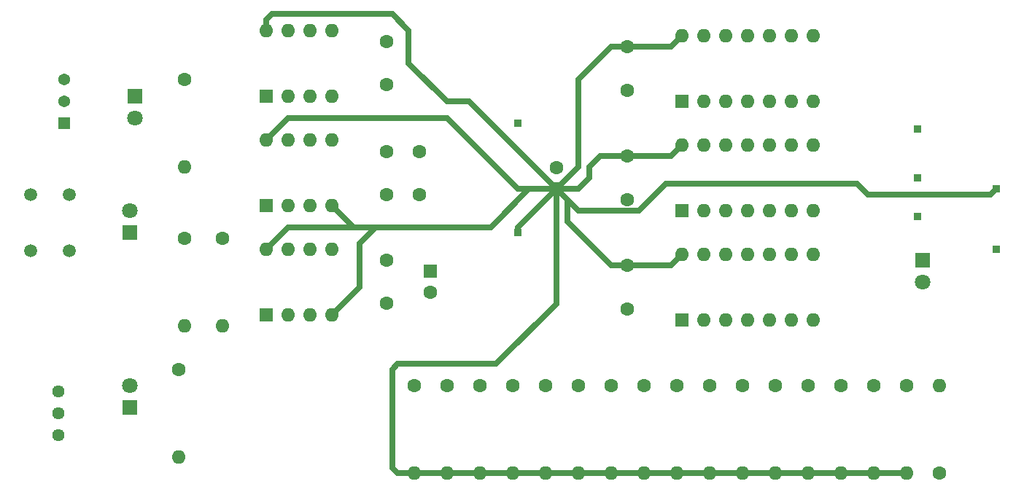
<source format=gbr>
%TF.GenerationSoftware,KiCad,Pcbnew,(6.0.0)*%
%TF.CreationDate,2022-01-09T16:02:52-08:00*%
%TF.ProjectId,Full555Timer,46756c6c-3535-4355-9469-6d65722e6b69,rev?*%
%TF.SameCoordinates,Original*%
%TF.FileFunction,Copper,L2,Inr*%
%TF.FilePolarity,Positive*%
%FSLAX46Y46*%
G04 Gerber Fmt 4.6, Leading zero omitted, Abs format (unit mm)*
G04 Created by KiCad (PCBNEW (6.0.0)) date 2022-01-09 16:02:52*
%MOMM*%
%LPD*%
G01*
G04 APERTURE LIST*
%TA.AperFunction,ComponentPad*%
%ADD10R,1.600000X1.600000*%
%TD*%
%TA.AperFunction,ComponentPad*%
%ADD11C,1.600000*%
%TD*%
%TA.AperFunction,ComponentPad*%
%ADD12R,1.800000X1.800000*%
%TD*%
%TA.AperFunction,ComponentPad*%
%ADD13C,1.800000*%
%TD*%
%TA.AperFunction,ComponentPad*%
%ADD14R,0.850000X0.850000*%
%TD*%
%TA.AperFunction,ComponentPad*%
%ADD15O,1.600000X1.600000*%
%TD*%
%TA.AperFunction,ComponentPad*%
%ADD16C,1.507998*%
%TD*%
%TA.AperFunction,ComponentPad*%
%ADD17R,1.370000X1.370000*%
%TD*%
%TA.AperFunction,ComponentPad*%
%ADD18C,1.370000*%
%TD*%
%TA.AperFunction,ComponentPad*%
%ADD19C,1.440000*%
%TD*%
%TA.AperFunction,Conductor*%
%ADD20C,0.640000*%
%TD*%
G04 APERTURE END LIST*
D10*
%TO.N,+5V*%
%TO.C,C1*%
X160655000Y-95885000D03*
D11*
%TO.N,GND*%
X160655000Y-93385000D03*
%TD*%
%TO.N,Net-(C2-Pad1)*%
%TO.C,C2*%
X140970000Y-104140000D03*
%TO.N,GND*%
X140970000Y-109140000D03*
%TD*%
D10*
%TO.N,Net-(C3-Pad1)*%
%TO.C,C3*%
X146050000Y-105410000D03*
D11*
%TO.N,GND*%
X146050000Y-107910000D03*
%TD*%
%TO.N,Net-(C5-Pad1)*%
%TO.C,C5*%
X140970000Y-96520000D03*
%TO.N,GND*%
X140970000Y-91520000D03*
%TD*%
%TO.N,Net-(C6-Pad1)*%
%TO.C,C6*%
X140970000Y-78740000D03*
%TO.N,GND*%
X140970000Y-83740000D03*
%TD*%
%TO.N,+5V*%
%TO.C,C7*%
X168910000Y-104775000D03*
%TO.N,GND*%
X168910000Y-109775000D03*
%TD*%
D12*
%TO.N,Net-(D1-Pad1)*%
%TO.C,D1*%
X111125000Y-121285000D03*
D13*
%TO.N,Net-(D1-Pad2)*%
X111125000Y-118745000D03*
%TD*%
D12*
%TO.N,Net-(D2-Pad1)*%
%TO.C,D2*%
X111125000Y-100965000D03*
D13*
%TO.N,Net-(D2-Pad2)*%
X111125000Y-98425000D03*
%TD*%
D12*
%TO.N,Net-(D4-Pad1)*%
%TO.C,D4*%
X203200000Y-104140000D03*
D13*
%TO.N,Net-(D4-Pad2)*%
X203200000Y-106680000D03*
%TD*%
D14*
%TO.N,Net-(J3-Pad1)*%
%TO.C,J3*%
X202565000Y-94615000D03*
%TD*%
%TO.N,Net-(D4-Pad2)*%
%TO.C,J5*%
X202565000Y-99060000D03*
%TD*%
D11*
%TO.N,Net-(R1-Pad1)*%
%TO.C,R1*%
X121920000Y-101600000D03*
D15*
%TO.N,Net-(R1-Pad2)*%
X121920000Y-111760000D03*
%TD*%
D11*
%TO.N,Net-(R1-Pad2)*%
%TO.C,R2*%
X144145000Y-118745000D03*
D15*
%TO.N,+5V*%
X144145000Y-128905000D03*
%TD*%
D11*
%TO.N,Net-(C5-Pad1)*%
%TO.C,R4*%
X151765000Y-118745000D03*
D15*
%TO.N,+5V*%
X151765000Y-128905000D03*
%TD*%
D11*
%TO.N,Net-(R5-Pad1)*%
%TO.C,R5*%
X155575000Y-118745000D03*
D15*
%TO.N,+5V*%
X155575000Y-128905000D03*
%TD*%
D11*
%TO.N,Net-(R6-Pad1)*%
%TO.C,R6*%
X159385000Y-118745000D03*
D15*
%TO.N,+5V*%
X159385000Y-128905000D03*
%TD*%
D11*
%TO.N,GND*%
%TO.C,R7*%
X116840000Y-116840000D03*
D15*
%TO.N,Net-(D1-Pad1)*%
X116840000Y-127000000D03*
%TD*%
D11*
%TO.N,Net-(D2-Pad1)*%
%TO.C,R8*%
X117475000Y-101600000D03*
D15*
%TO.N,GND*%
X117475000Y-111760000D03*
%TD*%
D10*
%TO.N,GND*%
%TO.C,U1*%
X127000000Y-110490000D03*
D15*
%TO.N,Net-(C3-Pad1)*%
X129540000Y-110490000D03*
%TO.N,Net-(D1-Pad2)*%
X132080000Y-110490000D03*
%TO.N,+5V*%
X134620000Y-110490000D03*
%TO.N,Net-(C2-Pad1)*%
X134620000Y-102870000D03*
%TO.N,Net-(C3-Pad1)*%
X132080000Y-102870000D03*
%TO.N,Net-(R1-Pad2)*%
X129540000Y-102870000D03*
%TO.N,+5V*%
X127000000Y-102870000D03*
%TD*%
D10*
%TO.N,GND*%
%TO.C,U2*%
X127000000Y-97790000D03*
D15*
%TO.N,Net-(R3-Pad1)*%
X129540000Y-97790000D03*
%TO.N,Net-(D2-Pad2)*%
X132080000Y-97790000D03*
%TO.N,+5V*%
X134620000Y-97790000D03*
%TO.N,Net-(C4-Pad1)*%
X134620000Y-90170000D03*
%TO.N,Net-(C5-Pad1)*%
X132080000Y-90170000D03*
X129540000Y-90170000D03*
%TO.N,+5V*%
X127000000Y-90170000D03*
%TD*%
D10*
%TO.N,GND*%
%TO.C,U3*%
X127000000Y-85090000D03*
D15*
%TO.N,Net-(R5-Pad1)*%
X129540000Y-85090000D03*
%TO.N,Net-(D3-Pad2)*%
X132080000Y-85090000D03*
%TO.N,Net-(R6-Pad1)*%
X134620000Y-85090000D03*
%TO.N,Net-(C6-Pad1)*%
X134620000Y-77470000D03*
%TO.N,GND*%
X132080000Y-77470000D03*
%TO.N,Net-(U3-Pad7)*%
X129540000Y-77470000D03*
%TO.N,+5V*%
X127000000Y-77470000D03*
%TD*%
D10*
%TO.N,Net-(D3-Pad2)*%
%TO.C,U5*%
X175260000Y-98425000D03*
D15*
%TO.N,Net-(U4-Pad4)*%
X177800000Y-98425000D03*
%TO.N,Net-(R19-Pad1)*%
X180340000Y-98425000D03*
%TO.N,Net-(U5-Pad4)*%
X182880000Y-98425000D03*
%TO.N,Net-(R18-Pad1)*%
X185420000Y-98425000D03*
%TO.N,Net-(U5-Pad6)*%
X187960000Y-98425000D03*
%TO.N,GND*%
X190500000Y-98425000D03*
%TO.N,Net-(U4-Pad10)*%
X190500000Y-90805000D03*
%TO.N,Net-(J3-Pad1)*%
X187960000Y-90805000D03*
%TO.N,Net-(U5-Pad10)*%
X185420000Y-90805000D03*
%TO.N,Net-(R17-Pad1)*%
X182880000Y-90805000D03*
%TO.N,Net-(J4-Pad1)*%
X180340000Y-90805000D03*
%TO.N,Net-(D4-Pad2)*%
X177800000Y-90805000D03*
%TO.N,+5V*%
X175260000Y-90805000D03*
%TD*%
D10*
%TO.N,Net-(U4-Pad3)*%
%TO.C,U6*%
X175260000Y-85725000D03*
D15*
%TO.N,Net-(U4-Pad6)*%
X177800000Y-85725000D03*
%TO.N,Net-(U4-Pad9)*%
X180340000Y-85725000D03*
%TO.N,Net-(R16-Pad1)*%
X182880000Y-85725000D03*
%TO.N,Net-(R15-Pad1)*%
X185420000Y-85725000D03*
%TO.N,Net-(U6-Pad6)*%
X187960000Y-85725000D03*
%TO.N,GND*%
X190500000Y-85725000D03*
%TO.N,Net-(U6-Pad8)*%
X190500000Y-78105000D03*
%TO.N,Net-(R14-Pad1)*%
X187960000Y-78105000D03*
%TO.N,Net-(R13-Pad1)*%
X185420000Y-78105000D03*
%TO.N,Net-(U6-Pad11)*%
X182880000Y-78105000D03*
%TO.N,Net-(R12-Pad1)*%
X180340000Y-78105000D03*
%TO.N,Net-(R11-Pad1)*%
X177800000Y-78105000D03*
%TO.N,+5V*%
X175260000Y-78105000D03*
%TD*%
D16*
%TO.N,GND*%
%TO.C,SW1*%
X104140000Y-96520000D03*
%TO.N,Net-(R3-Pad1)*%
X104140000Y-103020002D03*
%TO.N,N/C*%
X99639999Y-96520000D03*
X99639999Y-103020002D03*
%TD*%
D14*
%TO.N,+5V*%
%TO.C,J2*%
X156210000Y-100965000D03*
%TD*%
D10*
%TO.N,Net-(D1-Pad2)*%
%TO.C,U4*%
X175260000Y-111125000D03*
D15*
%TO.N,Net-(D3-Pad2)*%
X177800000Y-111125000D03*
%TO.N,Net-(U4-Pad3)*%
X180340000Y-111125000D03*
%TO.N,Net-(U4-Pad4)*%
X182880000Y-111125000D03*
%TO.N,Net-(D2-Pad2)*%
X185420000Y-111125000D03*
%TO.N,Net-(U4-Pad6)*%
X187960000Y-111125000D03*
%TO.N,GND*%
X190500000Y-111125000D03*
%TO.N,Net-(D4-Pad2)*%
X190500000Y-103505000D03*
%TO.N,Net-(U4-Pad9)*%
X187960000Y-103505000D03*
%TO.N,Net-(U4-Pad10)*%
X185420000Y-103505000D03*
%TO.N,Net-(U4-Pad11)*%
X182880000Y-103505000D03*
%TO.N,Net-(R21-Pad1)*%
X180340000Y-103505000D03*
%TO.N,Net-(R20-Pad1)*%
X177800000Y-103505000D03*
%TO.N,+5V*%
X175260000Y-103505000D03*
%TD*%
D11*
%TO.N,+5V*%
%TO.C,C9*%
X168910000Y-79375000D03*
%TO.N,GND*%
X168910000Y-84375000D03*
%TD*%
%TO.N,+5V*%
%TO.C,C8*%
X168910000Y-92075000D03*
%TO.N,GND*%
X168910000Y-97075000D03*
%TD*%
%TO.N,Net-(D3-Pad1)*%
%TO.C,R9*%
X117475000Y-83185000D03*
D15*
%TO.N,GND*%
X117475000Y-93345000D03*
%TD*%
D11*
%TO.N,Net-(R11-Pad1)*%
%TO.C,R11*%
X201295000Y-118745000D03*
D15*
%TO.N,+5V*%
X201295000Y-128905000D03*
%TD*%
D11*
%TO.N,Net-(R12-Pad1)*%
%TO.C,R12*%
X197485000Y-118745000D03*
D15*
%TO.N,+5V*%
X197485000Y-128905000D03*
%TD*%
D11*
%TO.N,Net-(R13-Pad1)*%
%TO.C,R13*%
X193675000Y-118745000D03*
D15*
%TO.N,+5V*%
X193675000Y-128905000D03*
%TD*%
D11*
%TO.N,Net-(R15-Pad1)*%
%TO.C,R15*%
X186055000Y-118745000D03*
D15*
%TO.N,+5V*%
X186055000Y-128905000D03*
%TD*%
D11*
%TO.N,Net-(R16-Pad1)*%
%TO.C,R16*%
X182245000Y-118745000D03*
D15*
%TO.N,+5V*%
X182245000Y-128905000D03*
%TD*%
D11*
%TO.N,Net-(R18-Pad1)*%
%TO.C,R18*%
X174625000Y-118745000D03*
D15*
%TO.N,+5V*%
X174625000Y-128905000D03*
%TD*%
D11*
%TO.N,Net-(R19-Pad1)*%
%TO.C,R19*%
X170815000Y-118745000D03*
D15*
%TO.N,+5V*%
X170815000Y-128905000D03*
%TD*%
D11*
%TO.N,Net-(R20-Pad1)*%
%TO.C,R20*%
X167005000Y-118745000D03*
D15*
%TO.N,+5V*%
X167005000Y-128905000D03*
%TD*%
D11*
%TO.N,Net-(R21-Pad1)*%
%TO.C,R21*%
X163195000Y-118745000D03*
D15*
%TO.N,+5V*%
X163195000Y-128905000D03*
%TD*%
D11*
%TO.N,Net-(R14-Pad1)*%
%TO.C,R14*%
X189865000Y-118745000D03*
D15*
%TO.N,+5V*%
X189865000Y-128905000D03*
%TD*%
D11*
%TO.N,Net-(R17-Pad1)*%
%TO.C,R17*%
X178435000Y-118745000D03*
D15*
%TO.N,+5V*%
X178435000Y-128905000D03*
%TD*%
D14*
%TO.N,GND*%
%TO.C,J6*%
X211699999Y-102870000D03*
%TD*%
%TO.N,+5V*%
%TO.C,J7*%
X211699999Y-95885000D03*
%TD*%
D11*
%TO.N,Net-(C4-Pad1)*%
%TO.C,C4*%
X144780000Y-96520000D03*
%TO.N,GND*%
X144780000Y-91520000D03*
%TD*%
D14*
%TO.N,GND*%
%TO.C,J1*%
X156210000Y-88265000D03*
%TD*%
D11*
%TO.N,Net-(D4-Pad1)*%
%TO.C,R10*%
X205105000Y-128905000D03*
D15*
%TO.N,GND*%
X205105000Y-118745000D03*
%TD*%
D11*
%TO.N,Net-(R3-Pad1)*%
%TO.C,R3*%
X147955000Y-118745000D03*
D15*
%TO.N,+5V*%
X147955000Y-128905000D03*
%TD*%
D12*
%TO.N,Net-(D3-Pad1)*%
%TO.C,D3*%
X111760000Y-85090000D03*
D13*
%TO.N,Net-(D3-Pad2)*%
X111760000Y-87630000D03*
%TD*%
D17*
%TO.N,Net-(R5-Pad1)*%
%TO.C,SW2*%
X103505000Y-88265000D03*
D18*
%TO.N,GND*%
X103505000Y-85725000D03*
%TO.N,Net-(R6-Pad1)*%
X103505000Y-83185000D03*
%TD*%
D14*
%TO.N,Net-(J4-Pad1)*%
%TO.C,J4*%
X202565000Y-88900000D03*
%TD*%
D19*
%TO.N,Net-(C3-Pad1)*%
%TO.C,RV1*%
X102870000Y-119380000D03*
%TO.N,Net-(R1-Pad1)*%
X102870000Y-121920000D03*
%TO.N,Net-(RV1-Pad3)*%
X102870000Y-124460000D03*
%TD*%
D20*
%TO.N,+5V*%
X163195000Y-83185000D02*
X163195000Y-93345000D01*
X129540000Y-100330000D02*
X127000000Y-102870000D01*
X157480000Y-95885000D02*
X160655000Y-95885000D01*
X167005000Y-79375000D02*
X163195000Y-83185000D01*
X139700000Y-100330000D02*
X137795000Y-102235000D01*
X142240000Y-128905000D02*
X201295000Y-128905000D01*
X127000000Y-90170000D02*
X129540000Y-87630000D01*
X127000000Y-76200000D02*
X127635000Y-75565000D01*
X129540000Y-87630000D02*
X147955000Y-87630000D01*
X173990000Y-104775000D02*
X175260000Y-103505000D01*
X168910000Y-104775000D02*
X173990000Y-104775000D01*
X168910000Y-92075000D02*
X165735000Y-92075000D01*
X168910000Y-92075000D02*
X173990000Y-92075000D01*
X137795000Y-107315000D02*
X134620000Y-110490000D01*
X196850000Y-96520000D02*
X211064999Y-96520000D01*
X127000000Y-77470000D02*
X127000000Y-76200000D01*
X211064999Y-96520000D02*
X211699999Y-95885000D01*
X137795000Y-102235000D02*
X137795000Y-107315000D01*
X137795000Y-100330000D02*
X137160000Y-100330000D01*
X160655000Y-109220000D02*
X160655000Y-95885000D01*
X160655000Y-95885000D02*
X163165001Y-98395001D01*
X165735000Y-92075000D02*
X164465000Y-93345000D01*
X140335000Y-100330000D02*
X137795000Y-100330000D01*
X160655000Y-109220000D02*
X153670000Y-116205000D01*
X147955000Y-87630000D02*
X156210000Y-95885000D01*
X173990000Y-92075000D02*
X175260000Y-90805000D01*
X153035000Y-100330000D02*
X157480000Y-95885000D01*
X153670000Y-116205000D02*
X142240000Y-116205000D01*
X161925000Y-97155000D02*
X160655000Y-95885000D01*
X164465000Y-93345000D02*
X164465000Y-94615000D01*
X163195000Y-95885000D02*
X160655000Y-95885000D01*
X147955000Y-85725000D02*
X150495000Y-85725000D01*
X195580000Y-95250000D02*
X196850000Y-96520000D01*
X173355000Y-95250000D02*
X195580000Y-95250000D01*
X167005000Y-104775000D02*
X161925000Y-99695000D01*
X160655000Y-95885000D02*
X156210000Y-100330000D01*
X142240000Y-116205000D02*
X141605000Y-116840000D01*
X168910000Y-104775000D02*
X167005000Y-104775000D01*
X137795000Y-100330000D02*
X129540000Y-100330000D01*
X168910000Y-79375000D02*
X173990000Y-79375000D01*
X141605000Y-128270000D02*
X142240000Y-128905000D01*
X164465000Y-94615000D02*
X163195000Y-95885000D01*
X143510000Y-77470000D02*
X143510000Y-81280000D01*
X173990000Y-79375000D02*
X175260000Y-78105000D01*
X163165001Y-98395001D02*
X170209999Y-98395001D01*
X141605000Y-116840000D02*
X141605000Y-128270000D01*
X168910000Y-79375000D02*
X167005000Y-79375000D01*
X127635000Y-75565000D02*
X141605000Y-75565000D01*
X156210000Y-100330000D02*
X156210000Y-100965000D01*
X141605000Y-75565000D02*
X143510000Y-77470000D01*
X163195000Y-93345000D02*
X160655000Y-95885000D01*
X161925000Y-99695000D02*
X161925000Y-97155000D01*
X153035000Y-88265000D02*
X160655000Y-95885000D01*
X150495000Y-85725000D02*
X153035000Y-88265000D01*
X140335000Y-100330000D02*
X153035000Y-100330000D01*
X170209999Y-98395001D02*
X173355000Y-95250000D01*
X137160000Y-100330000D02*
X134620000Y-97790000D01*
X140335000Y-100330000D02*
X139700000Y-100330000D01*
X156210000Y-95885000D02*
X157480000Y-95885000D01*
X143510000Y-81280000D02*
X147955000Y-85725000D01*
%TD*%
M02*

</source>
